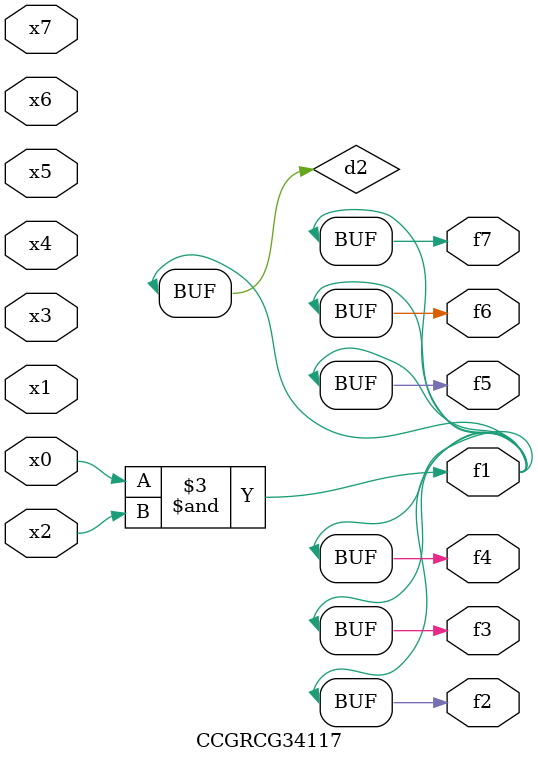
<source format=v>
module CCGRCG34117(
	input x0, x1, x2, x3, x4, x5, x6, x7,
	output f1, f2, f3, f4, f5, f6, f7
);

	wire d1, d2;

	nor (d1, x3, x6);
	and (d2, x0, x2);
	assign f1 = d2;
	assign f2 = d2;
	assign f3 = d2;
	assign f4 = d2;
	assign f5 = d2;
	assign f6 = d2;
	assign f7 = d2;
endmodule

</source>
